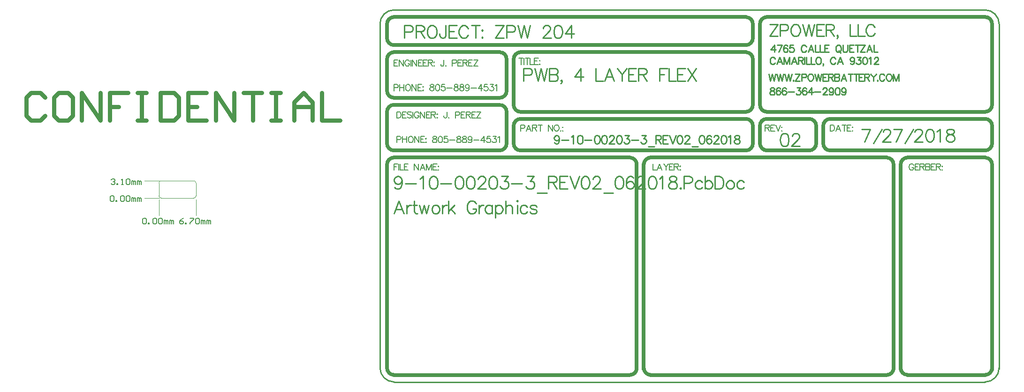
<source format=gm1>
G04*
G04 #@! TF.GenerationSoftware,Altium Limited,Altium Designer,18.1.7 (191)*
G04*
G04 Layer_Color=16711935*
%FSLAX25Y25*%
%MOIN*%
G70*
G01*
G75*
%ADD10C,0.01000*%
%ADD11C,0.02500*%
%ADD12C,0.00201*%
%ADD13C,0.00900*%
%ADD14C,0.02953*%
%ADD15C,0.00500*%
%ADD16C,0.00600*%
%ADD70C,0.00197*%
%ADD71C,0.00200*%
D10*
X787532Y423682D02*
G03*
X777532Y433682I-10000J0D01*
G01*
Y168921D02*
G03*
X787532Y178921I0J10000D01*
G01*
X347532Y179022D02*
G03*
X357455Y168923I10100J0D01*
G01*
X357532Y433682D02*
G03*
X347532Y423682I0J-10000D01*
G01*
X357532Y168922D02*
X777532D01*
X357532Y433682D02*
X777532D01*
X787532Y178236D02*
Y423682D01*
X347532Y178727D02*
Y423682D01*
D11*
X530032Y323682D02*
G03*
X525032Y328682I-5000J0D01*
G01*
X525148Y173921D02*
G03*
X530030Y178889I84J4800D01*
G01*
X540032Y328682D02*
G03*
X535032Y323682I0J-5000D01*
G01*
Y178921D02*
G03*
X539944Y173922I5000J0D01*
G01*
X712532Y323682D02*
G03*
X707532Y328682I-5000J0D01*
G01*
X707648Y173921D02*
G03*
X712530Y178889I84J4800D01*
G01*
X717532Y178822D02*
G03*
X722517Y173922I4900J0D01*
G01*
X722532Y328682D02*
G03*
X717532Y323682I0J-5000D01*
G01*
X437532Y398782D02*
G03*
X432632Y403682I-4900J0D01*
G01*
X432732Y371182D02*
G03*
X437532Y375982I0J4800D01*
G01*
Y361282D02*
G03*
X432461Y366179I-4900J0D01*
G01*
X442532Y366082D02*
G03*
X447432Y361182I4900J0D01*
G01*
X442532Y338582D02*
G03*
X447432Y333682I4900J0D01*
G01*
X432632D02*
G03*
X437532Y338582I0J4900D01*
G01*
X612532Y351282D02*
G03*
X607632Y356182I-4900J0D01*
G01*
Y333682D02*
G03*
X612531Y338668I0J4900D01*
G01*
X617532Y338782D02*
G03*
X622543Y333683I5100J0D01*
G01*
X622332Y356182D02*
G03*
X617538Y351131I0J-4800D01*
G01*
X447532Y356182D02*
G03*
X442532Y351182I0J-5000D01*
G01*
X447532Y403682D02*
G03*
X442532Y398682I0J-5000D01*
G01*
X352532Y338682D02*
G03*
X357444Y333683I5000J0D01*
G01*
X357532Y366182D02*
G03*
X352532Y361182I0J-5000D01*
G01*
Y376182D02*
G03*
X357532Y371182I5000J0D01*
G01*
Y403682D02*
G03*
X352532Y398682I0J-5000D01*
G01*
Y413682D02*
G03*
X357532Y408682I5000J0D01*
G01*
Y428682D02*
G03*
X352532Y423682I0J-5000D01*
G01*
X612532D02*
G03*
X607532Y428682I-5000J0D01*
G01*
X622532D02*
G03*
X617532Y423682I0J-5000D01*
G01*
X607532Y408682D02*
G03*
X612532Y413682I0J5000D01*
G01*
Y398682D02*
G03*
X607532Y403682I-5000J0D01*
G01*
X357532Y328682D02*
G03*
X352532Y323682I0J-5000D01*
G01*
X607619Y361182D02*
G03*
X612533Y366182I-87J5000D01*
G01*
X352532Y178921D02*
G03*
X357444Y173922I5000J0D01*
G01*
X657532Y351282D02*
G03*
X652632Y356182I-4900J0D01*
G01*
X652532Y333682D02*
G03*
X657532Y338682I0J5000D01*
G01*
X777532Y173922D02*
G03*
X782532Y178921I0J5000D01*
G01*
X782532Y323770D02*
G03*
X777532Y328683I-5000J-87D01*
G01*
Y333682D02*
G03*
X782532Y338682I0J5000D01*
G01*
Y423782D02*
G03*
X777461Y428679I-4900J0D01*
G01*
X617532Y366182D02*
G03*
X622532Y361182I5000J0D01*
G01*
X777532D02*
G03*
X782532Y366182I0J5000D01*
G01*
X667532Y356182D02*
G03*
X662532Y351182I0J-5000D01*
G01*
X782532Y351282D02*
G03*
X777632Y356182I-4900J0D01*
G01*
X662532Y338582D02*
G03*
X667517Y333683I4900J0D01*
G01*
X540032Y173922D02*
X707532D01*
X357532D02*
X525032D01*
X357532Y328682D02*
X525032D01*
X540032D02*
X707532D01*
X722532Y173922D02*
X777532D01*
X722532Y328682D02*
X777532D01*
X357532Y428682D02*
X607532D01*
X357532Y333682D02*
X432532D01*
X357532Y366182D02*
X432532D01*
X357532Y371182D02*
X432532D01*
X357532Y403682D02*
X432532D01*
X357532Y408682D02*
X607532D01*
X447532Y403682D02*
X607532D01*
X447532Y356182D02*
X607532D01*
X447532Y333682D02*
X607532D01*
X622532D02*
X652532D01*
X622532Y356182D02*
X652532D01*
X667532Y333682D02*
X777532D01*
X622532Y428682D02*
X777532D01*
X447532Y361182D02*
X607619D01*
X622532D02*
X777532D01*
X667532Y356182D02*
X777532D01*
X530029Y178972D02*
X530032Y323682D01*
X535032Y178236D02*
Y323682D01*
X712529Y178236D02*
X712532Y323682D01*
X717532Y177990D02*
Y323682D01*
X352532Y338682D02*
Y361182D01*
X437532Y338682D02*
Y361182D01*
X352532Y376182D02*
Y398682D01*
X437532Y376182D02*
Y398682D01*
X352532Y413682D02*
Y423682D01*
X612532Y413682D02*
Y423682D01*
Y366182D02*
Y398682D01*
X442532Y366182D02*
Y398682D01*
X612532Y338682D02*
Y351182D01*
X442532Y338682D02*
Y351182D01*
X617532Y338682D02*
Y351182D01*
X657532Y338682D02*
Y351182D01*
X782532Y177745D02*
Y323682D01*
Y338682D02*
Y351282D01*
X352395Y178727D02*
X352532Y323682D01*
X617532Y366182D02*
Y423682D01*
X782532Y366182D02*
Y423682D01*
X662532Y338682D02*
Y351182D01*
D12*
X190499Y287573D02*
Y298923D01*
X216875Y287573D02*
Y298924D01*
X180061Y299902D02*
X190926D01*
X180061Y312107D02*
X190926D01*
D13*
X627735Y408701D02*
X625355Y405368D01*
X628925D01*
X627735Y408701D02*
Y403702D01*
X633139Y408701D02*
X630758Y403702D01*
X629806Y408701D02*
X633139D01*
X637114Y407986D02*
X636876Y408463D01*
X636162Y408701D01*
X635686D01*
X634972Y408463D01*
X634495Y407748D01*
X634257Y406558D01*
Y405368D01*
X634495Y404416D01*
X634972Y403940D01*
X635686Y403702D01*
X635924D01*
X636638Y403940D01*
X637114Y404416D01*
X637352Y405130D01*
Y405368D01*
X637114Y406082D01*
X636638Y406558D01*
X635924Y406796D01*
X635686D01*
X634972Y406558D01*
X634495Y406082D01*
X634257Y405368D01*
X641304Y408701D02*
X638923D01*
X638685Y406558D01*
X638923Y406796D01*
X639637Y407034D01*
X640351D01*
X641066Y406796D01*
X641542Y406320D01*
X641780Y405606D01*
Y405130D01*
X641542Y404416D01*
X641066Y403940D01*
X640351Y403702D01*
X639637D01*
X638923Y403940D01*
X638685Y404178D01*
X638447Y404654D01*
X650397Y407510D02*
X650159Y407986D01*
X649683Y408463D01*
X649207Y408701D01*
X648254D01*
X647778Y408463D01*
X647302Y407986D01*
X647064Y407510D01*
X646826Y406796D01*
Y405606D01*
X647064Y404892D01*
X647302Y404416D01*
X647778Y403940D01*
X648254Y403702D01*
X649207D01*
X649683Y403940D01*
X650159Y404416D01*
X650397Y404892D01*
X655610Y403702D02*
X653706Y408701D01*
X651801Y403702D01*
X652515Y405368D02*
X654896D01*
X656776Y408701D02*
Y403702D01*
X659633D01*
X660181Y408701D02*
Y403702D01*
X663037D01*
X666679Y408701D02*
X663585D01*
Y403702D01*
X666679D01*
X663585Y406320D02*
X665489D01*
X672868Y408701D02*
X672392Y408463D01*
X671916Y407986D01*
X671678Y407510D01*
X671440Y406796D01*
Y405606D01*
X671678Y404892D01*
X671916Y404416D01*
X672392Y403940D01*
X672868Y403702D01*
X673820D01*
X674297Y403940D01*
X674773Y404416D01*
X675011Y404892D01*
X675249Y405606D01*
Y406796D01*
X675011Y407510D01*
X674773Y407986D01*
X674297Y408463D01*
X673820Y408701D01*
X672868D01*
X673582Y404654D02*
X675011Y403226D01*
X676415Y408701D02*
Y405130D01*
X676653Y404416D01*
X677129Y403940D01*
X677843Y403702D01*
X678319D01*
X679034Y403940D01*
X679510Y404416D01*
X679748Y405130D01*
Y408701D01*
X684223D02*
X681128D01*
Y403702D01*
X684223D01*
X681128Y406320D02*
X683033D01*
X686722Y408701D02*
Y403702D01*
X685056Y408701D02*
X688389D01*
X692316D02*
X688984Y403702D01*
Y408701D02*
X692316D01*
X688984Y403702D02*
X692316D01*
X697244D02*
X695340Y408701D01*
X693435Y403702D01*
X694149Y405368D02*
X696530D01*
X698410Y408701D02*
Y403702D01*
X701267D01*
X628294Y398876D02*
X628056Y399352D01*
X627580Y399828D01*
X627104Y400066D01*
X626152D01*
X625676Y399828D01*
X625200Y399352D01*
X624962Y398876D01*
X624724Y398161D01*
Y396971D01*
X624962Y396257D01*
X625200Y395781D01*
X625676Y395305D01*
X626152Y395067D01*
X627104D01*
X627580Y395305D01*
X628056Y395781D01*
X628294Y396257D01*
X633508Y395067D02*
X631603Y400066D01*
X629699Y395067D01*
X630413Y396733D02*
X632794D01*
X634674Y400066D02*
Y395067D01*
Y400066D02*
X636578Y395067D01*
X638483Y400066D02*
X636578Y395067D01*
X638483Y400066D02*
Y395067D01*
X643720D02*
X641815Y400066D01*
X639911Y395067D01*
X640625Y396733D02*
X643006D01*
X644886Y400066D02*
Y395067D01*
Y400066D02*
X647028D01*
X647743Y399828D01*
X647981Y399590D01*
X648219Y399114D01*
Y398638D01*
X647981Y398161D01*
X647743Y397923D01*
X647028Y397685D01*
X644886D01*
X646552D02*
X648219Y395067D01*
X649338Y400066D02*
Y395067D01*
X650385Y400066D02*
Y395067D01*
X653241D01*
X653789Y400066D02*
Y395067D01*
X656645D01*
X658621Y400066D02*
X658145Y399828D01*
X657669Y399352D01*
X657431Y398876D01*
X657193Y398161D01*
Y396971D01*
X657431Y396257D01*
X657669Y395781D01*
X658145Y395305D01*
X658621Y395067D01*
X659573D01*
X660049Y395305D01*
X660526Y395781D01*
X660764Y396257D01*
X661002Y396971D01*
Y398161D01*
X660764Y398876D01*
X660526Y399352D01*
X660049Y399828D01*
X659573Y400066D01*
X658621D01*
X662644Y395305D02*
X662406Y395067D01*
X662168Y395305D01*
X662406Y395543D01*
X662644Y395305D01*
Y394829D01*
X662406Y394353D01*
X662168Y394115D01*
X671238Y398876D02*
X671000Y399352D01*
X670524Y399828D01*
X670047Y400066D01*
X669095D01*
X668619Y399828D01*
X668143Y399352D01*
X667905Y398876D01*
X667667Y398161D01*
Y396971D01*
X667905Y396257D01*
X668143Y395781D01*
X668619Y395305D01*
X669095Y395067D01*
X670047D01*
X670524Y395305D01*
X671000Y395781D01*
X671238Y396257D01*
X676451Y395067D02*
X674546Y400066D01*
X672642Y395067D01*
X673356Y396733D02*
X675737D01*
X684640Y398399D02*
X684401Y397685D01*
X683925Y397209D01*
X683211Y396971D01*
X682973D01*
X682259Y397209D01*
X681783Y397685D01*
X681545Y398399D01*
Y398638D01*
X681783Y399352D01*
X682259Y399828D01*
X682973Y400066D01*
X683211D01*
X683925Y399828D01*
X684401Y399352D01*
X684640Y398399D01*
Y397209D01*
X684401Y396019D01*
X683925Y395305D01*
X683211Y395067D01*
X682735D01*
X682021Y395305D01*
X681783Y395781D01*
X686472Y400066D02*
X689091D01*
X687663Y398161D01*
X688377D01*
X688853Y397923D01*
X689091Y397685D01*
X689329Y396971D01*
Y396495D01*
X689091Y395781D01*
X688615Y395305D01*
X687901Y395067D01*
X687187D01*
X686472Y395305D01*
X686234Y395543D01*
X685996Y396019D01*
X691876Y400066D02*
X691162Y399828D01*
X690686Y399114D01*
X690448Y397923D01*
Y397209D01*
X690686Y396019D01*
X691162Y395305D01*
X691876Y395067D01*
X692352D01*
X693066Y395305D01*
X693542Y396019D01*
X693780Y397209D01*
Y397923D01*
X693542Y399114D01*
X693066Y399828D01*
X692352Y400066D01*
X691876D01*
X694899Y399114D02*
X695375Y399352D01*
X696089Y400066D01*
Y395067D01*
X698803Y398876D02*
Y399114D01*
X699041Y399590D01*
X699279Y399828D01*
X699755Y400066D01*
X700707D01*
X701184Y399828D01*
X701422Y399590D01*
X701660Y399114D01*
Y398638D01*
X701422Y398161D01*
X700946Y397447D01*
X698565Y395067D01*
X701898D01*
X365032Y417967D02*
X368888D01*
X370173Y418396D01*
X370602Y418824D01*
X371030Y419681D01*
Y420966D01*
X370602Y421824D01*
X370173Y422252D01*
X368888Y422680D01*
X365032D01*
Y413682D01*
X373044Y422680D02*
Y413682D01*
Y422680D02*
X376901D01*
X378186Y422252D01*
X378614Y421824D01*
X379043Y420966D01*
Y420110D01*
X378614Y419253D01*
X378186Y418824D01*
X376901Y418396D01*
X373044D01*
X376044D02*
X379043Y413682D01*
X383628Y422680D02*
X382771Y422252D01*
X381914Y421395D01*
X381485Y420538D01*
X381057Y419253D01*
Y417110D01*
X381485Y415825D01*
X381914Y414968D01*
X382771Y414111D01*
X383628Y413682D01*
X385342D01*
X386198Y414111D01*
X387055Y414968D01*
X387484Y415825D01*
X387912Y417110D01*
Y419253D01*
X387484Y420538D01*
X387055Y421395D01*
X386198Y422252D01*
X385342Y422680D01*
X383628D01*
X394297D02*
Y415825D01*
X393868Y414539D01*
X393440Y414111D01*
X392583Y413682D01*
X391726D01*
X390869Y414111D01*
X390441Y414539D01*
X390012Y415825D01*
Y416682D01*
X402181Y422680D02*
X396611D01*
Y413682D01*
X402181D01*
X396611Y418396D02*
X400038D01*
X410108Y420538D02*
X409679Y421395D01*
X408822Y422252D01*
X407965Y422680D01*
X406251D01*
X405394Y422252D01*
X404537Y421395D01*
X404109Y420538D01*
X403681Y419253D01*
Y417110D01*
X404109Y415825D01*
X404537Y414968D01*
X405394Y414111D01*
X406251Y413682D01*
X407965D01*
X408822Y414111D01*
X409679Y414968D01*
X410108Y415825D01*
X415635Y422680D02*
Y413682D01*
X412636Y422680D02*
X418634D01*
X420134Y419681D02*
X419706Y419253D01*
X420134Y418824D01*
X420563Y419253D01*
X420134Y419681D01*
Y414539D02*
X419706Y414111D01*
X420134Y413682D01*
X420563Y414111D01*
X420134Y414539D01*
X435602Y422680D02*
X429603Y413682D01*
Y422680D02*
X435602D01*
X429603Y413682D02*
X435602D01*
X437616Y417967D02*
X441472D01*
X442758Y418396D01*
X443186Y418824D01*
X443615Y419681D01*
Y420966D01*
X443186Y421824D01*
X442758Y422252D01*
X441472Y422680D01*
X437616D01*
Y413682D01*
X445629Y422680D02*
X447771Y413682D01*
X449913Y422680D02*
X447771Y413682D01*
X449913Y422680D02*
X452056Y413682D01*
X454198Y422680D02*
X452056Y413682D01*
X463496Y420538D02*
Y420966D01*
X463925Y421824D01*
X464353Y422252D01*
X465210Y422680D01*
X466924D01*
X467781Y422252D01*
X468210Y421824D01*
X468638Y420966D01*
Y420110D01*
X468210Y419253D01*
X467352Y417967D01*
X463068Y413682D01*
X469066D01*
X473651Y422680D02*
X472366Y422252D01*
X471509Y420966D01*
X471080Y418824D01*
Y417539D01*
X471509Y415396D01*
X472366Y414111D01*
X473651Y413682D01*
X474508D01*
X475794Y414111D01*
X476650Y415396D01*
X477079Y417539D01*
Y418824D01*
X476650Y420966D01*
X475794Y422252D01*
X474508Y422680D01*
X473651D01*
X483378D02*
X479093Y416682D01*
X485520D01*
X483378Y422680D02*
Y413682D01*
X623824Y388273D02*
X625014Y383274D01*
X626204Y388273D02*
X625014Y383274D01*
X626204Y388273D02*
X627394Y383274D01*
X628585Y388273D02*
X627394Y383274D01*
X629585Y388273D02*
X630775Y383274D01*
X631965Y388273D02*
X630775Y383274D01*
X631965Y388273D02*
X633155Y383274D01*
X634345Y388273D02*
X633155Y383274D01*
X635345Y388273D02*
X636535Y383274D01*
X637726Y388273D02*
X636535Y383274D01*
X637726Y388273D02*
X638916Y383274D01*
X640106Y388273D02*
X638916Y383274D01*
X641344Y383750D02*
X641106Y383512D01*
X641344Y383274D01*
X641582Y383512D01*
X641344Y383750D01*
X646009Y388273D02*
X642677Y383274D01*
Y388273D02*
X646009D01*
X642677Y383274D02*
X646009D01*
X647128Y385654D02*
X649271D01*
X649985Y385892D01*
X650223Y386130D01*
X650461Y386606D01*
Y387320D01*
X650223Y387797D01*
X649985Y388035D01*
X649271Y388273D01*
X647128D01*
Y383274D01*
X653008Y388273D02*
X652532Y388035D01*
X652056Y387559D01*
X651818Y387082D01*
X651580Y386368D01*
Y385178D01*
X651818Y384464D01*
X652056Y383988D01*
X652532Y383512D01*
X653008Y383274D01*
X653960D01*
X654436Y383512D01*
X654912Y383988D01*
X655150Y384464D01*
X655388Y385178D01*
Y386368D01*
X655150Y387082D01*
X654912Y387559D01*
X654436Y388035D01*
X653960Y388273D01*
X653008D01*
X656555D02*
X657745Y383274D01*
X658935Y388273D02*
X657745Y383274D01*
X658935Y388273D02*
X660125Y383274D01*
X661316Y388273D02*
X660125Y383274D01*
X665410Y388273D02*
X662316D01*
Y383274D01*
X665410D01*
X662316Y385892D02*
X664220D01*
X666243Y388273D02*
Y383274D01*
Y388273D02*
X668386D01*
X669100Y388035D01*
X669338Y387797D01*
X669576Y387320D01*
Y386844D01*
X669338Y386368D01*
X669100Y386130D01*
X668386Y385892D01*
X666243D01*
X667910D02*
X669576Y383274D01*
X670695Y388273D02*
Y383274D01*
Y388273D02*
X672837D01*
X673551Y388035D01*
X673789Y387797D01*
X674027Y387320D01*
Y386844D01*
X673789Y386368D01*
X673551Y386130D01*
X672837Y385892D01*
X670695D02*
X672837D01*
X673551Y385654D01*
X673789Y385416D01*
X674027Y384940D01*
Y384226D01*
X673789Y383750D01*
X673551Y383512D01*
X672837Y383274D01*
X670695D01*
X678955D02*
X677050Y388273D01*
X675146Y383274D01*
X675860Y384940D02*
X678241D01*
X681788Y388273D02*
Y383274D01*
X680121Y388273D02*
X683454D01*
X685715D02*
Y383274D01*
X684049Y388273D02*
X687382D01*
X691071D02*
X687977D01*
Y383274D01*
X691071D01*
X687977Y385892D02*
X689881D01*
X691904Y388273D02*
Y383274D01*
Y388273D02*
X694047D01*
X694761Y388035D01*
X694999Y387797D01*
X695237Y387320D01*
Y386844D01*
X694999Y386368D01*
X694761Y386130D01*
X694047Y385892D01*
X691904D01*
X693571D02*
X695237Y383274D01*
X696356Y388273D02*
X698260Y385892D01*
Y383274D01*
X700165Y388273D02*
X698260Y385892D01*
X701045Y383750D02*
X700807Y383512D01*
X701045Y383274D01*
X701283Y383512D01*
X701045Y383750D01*
X705949Y387082D02*
X705711Y387559D01*
X705235Y388035D01*
X704759Y388273D01*
X703807D01*
X703331Y388035D01*
X702854Y387559D01*
X702616Y387082D01*
X702378Y386368D01*
Y385178D01*
X702616Y384464D01*
X702854Y383988D01*
X703331Y383512D01*
X703807Y383274D01*
X704759D01*
X705235Y383512D01*
X705711Y383988D01*
X705949Y384464D01*
X708782Y388273D02*
X708306Y388035D01*
X707830Y387559D01*
X707592Y387082D01*
X707353Y386368D01*
Y385178D01*
X707592Y384464D01*
X707830Y383988D01*
X708306Y383512D01*
X708782Y383274D01*
X709734D01*
X710210Y383512D01*
X710686Y383988D01*
X710924Y384464D01*
X711162Y385178D01*
Y386368D01*
X710924Y387082D01*
X710686Y387559D01*
X710210Y388035D01*
X709734Y388273D01*
X708782D01*
X712329D02*
Y383274D01*
Y388273D02*
X714233Y383274D01*
X716137Y388273D02*
X714233Y383274D01*
X716137Y388273D02*
Y383274D01*
X474980Y342441D02*
X474699Y341597D01*
X474136Y341035D01*
X473293Y340754D01*
X473012D01*
X472168Y341035D01*
X471606Y341597D01*
X471325Y342441D01*
Y342722D01*
X471606Y343565D01*
X472168Y344128D01*
X473012Y344409D01*
X473293D01*
X474136Y344128D01*
X474699Y343565D01*
X474980Y342441D01*
Y341035D01*
X474699Y339629D01*
X474136Y338786D01*
X473293Y338505D01*
X472731D01*
X471887Y338786D01*
X471606Y339348D01*
X476583Y341035D02*
X481643D01*
X483387Y343284D02*
X483949Y343565D01*
X484792Y344409D01*
Y338505D01*
X489403Y344409D02*
X488560Y344128D01*
X487997Y343284D01*
X487716Y341879D01*
Y341035D01*
X487997Y339629D01*
X488560Y338786D01*
X489403Y338505D01*
X489965D01*
X490809Y338786D01*
X491371Y339629D01*
X491652Y341035D01*
Y341879D01*
X491371Y343284D01*
X490809Y344128D01*
X489965Y344409D01*
X489403D01*
X492974Y341035D02*
X498035D01*
X501465Y344409D02*
X500621Y344128D01*
X500059Y343284D01*
X499778Y341879D01*
Y341035D01*
X500059Y339629D01*
X500621Y338786D01*
X501465Y338505D01*
X502027D01*
X502871Y338786D01*
X503433Y339629D01*
X503714Y341035D01*
Y341879D01*
X503433Y343284D01*
X502871Y344128D01*
X502027Y344409D01*
X501465D01*
X506722D02*
X505879Y344128D01*
X505317Y343284D01*
X505035Y341879D01*
Y341035D01*
X505317Y339629D01*
X505879Y338786D01*
X506722Y338505D01*
X507285D01*
X508128Y338786D01*
X508690Y339629D01*
X508972Y341035D01*
Y341879D01*
X508690Y343284D01*
X508128Y344128D01*
X507285Y344409D01*
X506722D01*
X510574Y343003D02*
Y343284D01*
X510855Y343847D01*
X511136Y344128D01*
X511699Y344409D01*
X512823D01*
X513386Y344128D01*
X513667Y343847D01*
X513948Y343284D01*
Y342722D01*
X513667Y342160D01*
X513105Y341316D01*
X510293Y338505D01*
X514229D01*
X517238Y344409D02*
X516394Y344128D01*
X515832Y343284D01*
X515551Y341879D01*
Y341035D01*
X515832Y339629D01*
X516394Y338786D01*
X517238Y338505D01*
X517800D01*
X518643Y338786D01*
X519206Y339629D01*
X519487Y341035D01*
Y341879D01*
X519206Y343284D01*
X518643Y344128D01*
X517800Y344409D01*
X517238D01*
X521371D02*
X524463D01*
X522776Y342160D01*
X523620D01*
X524182Y341879D01*
X524463Y341597D01*
X524744Y340754D01*
Y340192D01*
X524463Y339348D01*
X523901Y338786D01*
X523057Y338505D01*
X522214D01*
X521371Y338786D01*
X521089Y339067D01*
X520808Y339629D01*
X526066Y341035D02*
X531127D01*
X533432Y344409D02*
X536525D01*
X534838Y342160D01*
X535681D01*
X536244Y341879D01*
X536525Y341597D01*
X536806Y340754D01*
Y340192D01*
X536525Y339348D01*
X535962Y338786D01*
X535119Y338505D01*
X534275D01*
X533432Y338786D01*
X533151Y339067D01*
X532870Y339629D01*
X538127Y336537D02*
X542626D01*
X543385Y344409D02*
Y338505D01*
Y344409D02*
X545915D01*
X546759Y344128D01*
X547040Y343847D01*
X547321Y343284D01*
Y342722D01*
X547040Y342160D01*
X546759Y341879D01*
X545915Y341597D01*
X543385D01*
X545353D02*
X547321Y338505D01*
X552297Y344409D02*
X548642D01*
Y338505D01*
X552297D01*
X548642Y341597D02*
X550892D01*
X553281Y344409D02*
X555531Y338505D01*
X557780Y344409D02*
X555531Y338505D01*
X560226Y344409D02*
X559383Y344128D01*
X558820Y343284D01*
X558539Y341879D01*
Y341035D01*
X558820Y339629D01*
X559383Y338786D01*
X560226Y338505D01*
X560788D01*
X561632Y338786D01*
X562194Y339629D01*
X562475Y341035D01*
Y341879D01*
X562194Y343284D01*
X561632Y344128D01*
X560788Y344409D01*
X560226D01*
X564078Y343003D02*
Y343284D01*
X564359Y343847D01*
X564640Y344128D01*
X565203Y344409D01*
X566327D01*
X566889Y344128D01*
X567171Y343847D01*
X567452Y343284D01*
Y342722D01*
X567171Y342160D01*
X566608Y341316D01*
X563797Y338505D01*
X567733D01*
X569054Y336537D02*
X573553D01*
X575999Y344409D02*
X575155Y344128D01*
X574593Y343284D01*
X574312Y341879D01*
Y341035D01*
X574593Y339629D01*
X575155Y338786D01*
X575999Y338505D01*
X576561D01*
X577405Y338786D01*
X577967Y339629D01*
X578248Y341035D01*
Y341879D01*
X577967Y343284D01*
X577405Y344128D01*
X576561Y344409D01*
X575999D01*
X582943Y343565D02*
X582662Y344128D01*
X581819Y344409D01*
X581256D01*
X580413Y344128D01*
X579851Y343284D01*
X579569Y341879D01*
Y340473D01*
X579851Y339348D01*
X580413Y338786D01*
X581256Y338505D01*
X581538D01*
X582381Y338786D01*
X582943Y339348D01*
X583224Y340192D01*
Y340473D01*
X582943Y341316D01*
X582381Y341879D01*
X581538Y342160D01*
X581256D01*
X580413Y341879D01*
X579851Y341316D01*
X579569Y340473D01*
X584799Y343003D02*
Y343284D01*
X585080Y343847D01*
X585361Y344128D01*
X585924Y344409D01*
X587048D01*
X587610Y344128D01*
X587892Y343847D01*
X588173Y343284D01*
Y342722D01*
X587892Y342160D01*
X587329Y341316D01*
X584518Y338505D01*
X588454D01*
X591462Y344409D02*
X590619Y344128D01*
X590057Y343284D01*
X589775Y341879D01*
Y341035D01*
X590057Y339629D01*
X590619Y338786D01*
X591462Y338505D01*
X592025D01*
X592868Y338786D01*
X593430Y339629D01*
X593712Y341035D01*
Y341879D01*
X593430Y343284D01*
X592868Y344128D01*
X592025Y344409D01*
X591462D01*
X595033Y343284D02*
X595595Y343565D01*
X596439Y344409D01*
Y338505D01*
X600769Y344409D02*
X599925Y344128D01*
X599644Y343565D01*
Y343003D01*
X599925Y342441D01*
X600487Y342160D01*
X601612Y341879D01*
X602456Y341597D01*
X603018Y341035D01*
X603299Y340473D01*
Y339629D01*
X603018Y339067D01*
X602737Y338786D01*
X601893Y338505D01*
X600769D01*
X599925Y338786D01*
X599644Y339067D01*
X599363Y339629D01*
Y340473D01*
X599644Y341035D01*
X600206Y341597D01*
X601050Y341879D01*
X602174Y342160D01*
X602737Y342441D01*
X603018Y343003D01*
Y343565D01*
X602737Y344128D01*
X601893Y344409D01*
X600769D01*
X449639Y387342D02*
X453495D01*
X454780Y387771D01*
X455209Y388199D01*
X455638Y389056D01*
Y390341D01*
X455209Y391198D01*
X454780Y391627D01*
X453495Y392055D01*
X449639D01*
Y383057D01*
X457651Y392055D02*
X459794Y383057D01*
X461936Y392055D02*
X459794Y383057D01*
X461936Y392055D02*
X464079Y383057D01*
X466221Y392055D02*
X464079Y383057D01*
X468020Y392055D02*
Y383057D01*
Y392055D02*
X471877D01*
X473162Y391627D01*
X473591Y391198D01*
X474019Y390341D01*
Y389484D01*
X473591Y388627D01*
X473162Y388199D01*
X471877Y387771D01*
X468020D02*
X471877D01*
X473162Y387342D01*
X473591Y386913D01*
X474019Y386057D01*
Y384771D01*
X473591Y383914D01*
X473162Y383486D01*
X471877Y383057D01*
X468020D01*
X476890Y383486D02*
X476462Y383057D01*
X476033Y383486D01*
X476462Y383914D01*
X476890Y383486D01*
Y382629D01*
X476462Y381772D01*
X476033Y381343D01*
X490216Y392055D02*
X485931Y386057D01*
X492358D01*
X490216Y392055D02*
Y383057D01*
X501014Y392055D02*
Y383057D01*
X506155D01*
X513996D02*
X510569Y392055D01*
X507141Y383057D01*
X508426Y386057D02*
X512711D01*
X516096Y392055D02*
X519524Y387771D01*
Y383057D01*
X522952Y392055D02*
X519524Y387771D01*
X529679Y392055D02*
X524109D01*
Y383057D01*
X529679D01*
X524109Y387771D02*
X527536D01*
X531178Y392055D02*
Y383057D01*
Y392055D02*
X535035D01*
X536320Y391627D01*
X536749Y391198D01*
X537177Y390341D01*
Y389484D01*
X536749Y388627D01*
X536320Y388199D01*
X535035Y387771D01*
X531178D01*
X534178D02*
X537177Y383057D01*
X546261Y392055D02*
Y383057D01*
Y392055D02*
X551831D01*
X546261Y387771D02*
X549689D01*
X552859Y392055D02*
Y383057D01*
X558001D01*
X564557Y392055D02*
X558987D01*
Y383057D01*
X564557D01*
X558987Y387771D02*
X562415D01*
X566057Y392055D02*
X572055Y383057D01*
Y392055D02*
X566057Y383057D01*
X363102Y312281D02*
X362673Y310996D01*
X361817Y310139D01*
X360531Y309710D01*
X360103D01*
X358817Y310139D01*
X357960Y310996D01*
X357532Y312281D01*
Y312710D01*
X357960Y313995D01*
X358817Y314852D01*
X360103Y315281D01*
X360531D01*
X361817Y314852D01*
X362673Y313995D01*
X363102Y312281D01*
Y310139D01*
X362673Y307996D01*
X361817Y306711D01*
X360531Y306282D01*
X359674D01*
X358389Y306711D01*
X357960Y307568D01*
X365544Y310139D02*
X373257D01*
X375913Y313567D02*
X376770Y313995D01*
X378056Y315281D01*
Y306282D01*
X385083Y315281D02*
X383798Y314852D01*
X382941Y313567D01*
X382512Y311424D01*
Y310139D01*
X382941Y307996D01*
X383798Y306711D01*
X385083Y306282D01*
X385940D01*
X387225Y306711D01*
X388082Y307996D01*
X388511Y310139D01*
Y311424D01*
X388082Y313567D01*
X387225Y314852D01*
X385940Y315281D01*
X385083D01*
X390525Y310139D02*
X398237D01*
X403465Y315281D02*
X402179Y314852D01*
X401322Y313567D01*
X400894Y311424D01*
Y310139D01*
X401322Y307996D01*
X402179Y306711D01*
X403465Y306282D01*
X404322D01*
X405607Y306711D01*
X406464Y307996D01*
X406892Y310139D01*
Y311424D01*
X406464Y313567D01*
X405607Y314852D01*
X404322Y315281D01*
X403465D01*
X411477D02*
X410192Y314852D01*
X409335Y313567D01*
X408906Y311424D01*
Y310139D01*
X409335Y307996D01*
X410192Y306711D01*
X411477Y306282D01*
X412334D01*
X413620Y306711D01*
X414477Y307996D01*
X414905Y310139D01*
Y311424D01*
X414477Y313567D01*
X413620Y314852D01*
X412334Y315281D01*
X411477D01*
X417347Y313138D02*
Y313567D01*
X417776Y314423D01*
X418204Y314852D01*
X419061Y315281D01*
X420775D01*
X421632Y314852D01*
X422061Y314423D01*
X422489Y313567D01*
Y312710D01*
X422061Y311853D01*
X421204Y310567D01*
X416919Y306282D01*
X422918D01*
X427502Y315281D02*
X426217Y314852D01*
X425360Y313567D01*
X424931Y311424D01*
Y310139D01*
X425360Y307996D01*
X426217Y306711D01*
X427502Y306282D01*
X428359D01*
X429645Y306711D01*
X430502Y307996D01*
X430930Y310139D01*
Y311424D01*
X430502Y313567D01*
X429645Y314852D01*
X428359Y315281D01*
X427502D01*
X433801D02*
X438514D01*
X435944Y311853D01*
X437229D01*
X438086Y311424D01*
X438514Y310996D01*
X438943Y309710D01*
Y308853D01*
X438514Y307568D01*
X437657Y306711D01*
X436372Y306282D01*
X435086D01*
X433801Y306711D01*
X433373Y307139D01*
X432944Y307996D01*
X440957Y310139D02*
X448669D01*
X452183Y315281D02*
X456896D01*
X454325Y311853D01*
X455611D01*
X456468Y311424D01*
X456896Y310996D01*
X457325Y309710D01*
Y308853D01*
X456896Y307568D01*
X456039Y306711D01*
X454754Y306282D01*
X453468D01*
X452183Y306711D01*
X451754Y307139D01*
X451326Y307996D01*
X459338Y303283D02*
X466194D01*
X467351Y315281D02*
Y306282D01*
Y315281D02*
X471207D01*
X472493Y314852D01*
X472921Y314423D01*
X473350Y313567D01*
Y312710D01*
X472921Y311853D01*
X472493Y311424D01*
X471207Y310996D01*
X467351D01*
X470350D02*
X473350Y306282D01*
X480934Y315281D02*
X475364D01*
Y306282D01*
X480934D01*
X475364Y310996D02*
X478791D01*
X482434Y315281D02*
X485861Y306282D01*
X489289Y315281D02*
X485861Y306282D01*
X493017Y315281D02*
X491732Y314852D01*
X490874Y313567D01*
X490446Y311424D01*
Y310139D01*
X490874Y307996D01*
X491732Y306711D01*
X493017Y306282D01*
X493874D01*
X495159Y306711D01*
X496016Y307996D01*
X496445Y310139D01*
Y311424D01*
X496016Y313567D01*
X495159Y314852D01*
X493874Y315281D01*
X493017D01*
X498887Y313138D02*
Y313567D01*
X499316Y314423D01*
X499744Y314852D01*
X500601Y315281D01*
X502315D01*
X503172Y314852D01*
X503600Y314423D01*
X504029Y313567D01*
Y312710D01*
X503600Y311853D01*
X502743Y310567D01*
X498459Y306282D01*
X504457D01*
X506471Y303283D02*
X513327D01*
X517055Y315281D02*
X515769Y314852D01*
X514912Y313567D01*
X514484Y311424D01*
Y310139D01*
X514912Y307996D01*
X515769Y306711D01*
X517055Y306282D01*
X517912D01*
X519197Y306711D01*
X520054Y307996D01*
X520482Y310139D01*
Y311424D01*
X520054Y313567D01*
X519197Y314852D01*
X517912Y315281D01*
X517055D01*
X527638Y313995D02*
X527210Y314852D01*
X525924Y315281D01*
X525067D01*
X523782Y314852D01*
X522925Y313567D01*
X522496Y311424D01*
Y309282D01*
X522925Y307568D01*
X523782Y306711D01*
X525067Y306282D01*
X525496D01*
X526781Y306711D01*
X527638Y307568D01*
X528067Y308853D01*
Y309282D01*
X527638Y310567D01*
X526781Y311424D01*
X525496Y311853D01*
X525067D01*
X523782Y311424D01*
X522925Y310567D01*
X522496Y309282D01*
X530466Y313138D02*
Y313567D01*
X530895Y314423D01*
X531323Y314852D01*
X532180Y315281D01*
X533894D01*
X534751Y314852D01*
X535179Y314423D01*
X535608Y313567D01*
Y312710D01*
X535179Y311853D01*
X534322Y310567D01*
X530038Y306282D01*
X536036D01*
X540621Y315281D02*
X539336Y314852D01*
X538479Y313567D01*
X538050Y311424D01*
Y310139D01*
X538479Y307996D01*
X539336Y306711D01*
X540621Y306282D01*
X541478D01*
X542763Y306711D01*
X543620Y307996D01*
X544049Y310139D01*
Y311424D01*
X543620Y313567D01*
X542763Y314852D01*
X541478Y315281D01*
X540621D01*
X546063Y313567D02*
X546920Y313995D01*
X548205Y315281D01*
Y306282D01*
X554804Y315281D02*
X553518Y314852D01*
X553090Y313995D01*
Y313138D01*
X553518Y312281D01*
X554375Y311853D01*
X556089Y311424D01*
X557375Y310996D01*
X558231Y310139D01*
X558660Y309282D01*
Y307996D01*
X558231Y307139D01*
X557803Y306711D01*
X556518Y306282D01*
X554804D01*
X553518Y306711D01*
X553090Y307139D01*
X552661Y307996D01*
Y309282D01*
X553090Y310139D01*
X553947Y310996D01*
X555232Y311424D01*
X556946Y311853D01*
X557803Y312281D01*
X558231Y313138D01*
Y313995D01*
X557803Y314852D01*
X556518Y315281D01*
X554804D01*
X561102Y307139D02*
X560674Y306711D01*
X561102Y306282D01*
X561531Y306711D01*
X561102Y307139D01*
X563502Y310567D02*
X567358D01*
X568644Y310996D01*
X569072Y311424D01*
X569501Y312281D01*
Y313567D01*
X569072Y314423D01*
X568644Y314852D01*
X567358Y315281D01*
X563502D01*
Y306282D01*
X576656Y310996D02*
X575799Y311853D01*
X574942Y312281D01*
X573657D01*
X572800Y311853D01*
X571943Y310996D01*
X571514Y309710D01*
Y308853D01*
X571943Y307568D01*
X572800Y306711D01*
X573657Y306282D01*
X574942D01*
X575799Y306711D01*
X576656Y307568D01*
X578584Y315281D02*
Y306282D01*
Y310996D02*
X579441Y311853D01*
X580298Y312281D01*
X581584D01*
X582441Y311853D01*
X583298Y310996D01*
X583726Y309710D01*
Y308853D01*
X583298Y307568D01*
X582441Y306711D01*
X581584Y306282D01*
X580298D01*
X579441Y306711D01*
X578584Y307568D01*
X585654Y315281D02*
Y306282D01*
Y315281D02*
X588654D01*
X589939Y314852D01*
X590796Y313995D01*
X591224Y313138D01*
X591653Y311853D01*
Y309710D01*
X591224Y308425D01*
X590796Y307568D01*
X589939Y306711D01*
X588654Y306282D01*
X585654D01*
X595809Y312281D02*
X594952Y311853D01*
X594095Y310996D01*
X593667Y309710D01*
Y308853D01*
X594095Y307568D01*
X594952Y306711D01*
X595809Y306282D01*
X597095D01*
X597952Y306711D01*
X598809Y307568D01*
X599237Y308853D01*
Y309710D01*
X598809Y310996D01*
X597952Y311853D01*
X597095Y312281D01*
X595809D01*
X606350Y310996D02*
X605493Y311853D01*
X604636Y312281D01*
X603350D01*
X602493Y311853D01*
X601637Y310996D01*
X601208Y309710D01*
Y308853D01*
X601637Y307568D01*
X602493Y306711D01*
X603350Y306282D01*
X604636D01*
X605493Y306711D01*
X606350Y307568D01*
X364387Y288782D02*
X360960Y297780D01*
X357532Y288782D01*
X358817Y291782D02*
X363102D01*
X366487Y294781D02*
Y288782D01*
Y292210D02*
X366915Y293496D01*
X367772Y294353D01*
X368629Y294781D01*
X369915D01*
X372014Y297780D02*
Y290496D01*
X372443Y289211D01*
X373300Y288782D01*
X374157D01*
X370729Y294781D02*
X373728D01*
X375442D02*
X377156Y288782D01*
X378870Y294781D02*
X377156Y288782D01*
X378870Y294781D02*
X380584Y288782D01*
X382298Y294781D02*
X380584Y288782D01*
X386540Y294781D02*
X385683Y294353D01*
X384826Y293496D01*
X384397Y292210D01*
Y291353D01*
X384826Y290068D01*
X385683Y289211D01*
X386540Y288782D01*
X387825D01*
X388682Y289211D01*
X389539Y290068D01*
X389968Y291353D01*
Y292210D01*
X389539Y293496D01*
X388682Y294353D01*
X387825Y294781D01*
X386540D01*
X391939D02*
Y288782D01*
Y292210D02*
X392367Y293496D01*
X393224Y294353D01*
X394081Y294781D01*
X395366D01*
X396181Y297780D02*
Y288782D01*
X400465Y294781D02*
X396181Y290496D01*
X397894Y292210D02*
X400894Y288782D01*
X415805Y295638D02*
X415376Y296495D01*
X414519Y297352D01*
X413662Y297780D01*
X411949D01*
X411092Y297352D01*
X410235Y296495D01*
X409806Y295638D01*
X409378Y294353D01*
Y292210D01*
X409806Y290925D01*
X410235Y290068D01*
X411092Y289211D01*
X411949Y288782D01*
X413662D01*
X414519Y289211D01*
X415376Y290068D01*
X415805Y290925D01*
Y292210D01*
X413662D02*
X415805D01*
X417862Y294781D02*
Y288782D01*
Y292210D02*
X418290Y293496D01*
X419147Y294353D01*
X420004Y294781D01*
X421289D01*
X427245D02*
Y288782D01*
Y293496D02*
X426388Y294353D01*
X425531Y294781D01*
X424246D01*
X423389Y294353D01*
X422532Y293496D01*
X422104Y292210D01*
Y291353D01*
X422532Y290068D01*
X423389Y289211D01*
X424246Y288782D01*
X425531D01*
X426388Y289211D01*
X427245Y290068D01*
X429645Y294781D02*
Y285783D01*
Y293496D02*
X430502Y294353D01*
X431359Y294781D01*
X432644D01*
X433501Y294353D01*
X434358Y293496D01*
X434787Y292210D01*
Y291353D01*
X434358Y290068D01*
X433501Y289211D01*
X432644Y288782D01*
X431359D01*
X430502Y289211D01*
X429645Y290068D01*
X436715Y297780D02*
Y288782D01*
Y293067D02*
X438000Y294353D01*
X438857Y294781D01*
X440142D01*
X441000Y294353D01*
X441428Y293067D01*
Y288782D01*
X444642Y297780D02*
X445070Y297352D01*
X445499Y297780D01*
X445070Y298209D01*
X444642Y297780D01*
X445070Y294781D02*
Y288782D01*
X452226Y293496D02*
X451369Y294353D01*
X450512Y294781D01*
X449226D01*
X448369Y294353D01*
X447512Y293496D01*
X447084Y292210D01*
Y291353D01*
X447512Y290068D01*
X448369Y289211D01*
X449226Y288782D01*
X450512D01*
X451369Y289211D01*
X452226Y290068D01*
X458867Y293496D02*
X458439Y294353D01*
X457153Y294781D01*
X455868D01*
X454582Y294353D01*
X454154Y293496D01*
X454582Y292639D01*
X455439Y292210D01*
X457582Y291782D01*
X458439Y291353D01*
X458867Y290496D01*
Y290068D01*
X458439Y289211D01*
X457153Y288782D01*
X455868D01*
X454582Y289211D01*
X454154Y290068D01*
X634578Y345791D02*
X633292Y345363D01*
X632436Y344077D01*
X632007Y341935D01*
Y340650D01*
X632436Y338507D01*
X633292Y337222D01*
X634578Y336793D01*
X635435D01*
X636720Y337222D01*
X637577Y338507D01*
X638006Y340650D01*
Y341935D01*
X637577Y344077D01*
X636720Y345363D01*
X635435Y345791D01*
X634578D01*
X640448Y343649D02*
Y344077D01*
X640876Y344934D01*
X641305Y345363D01*
X642162Y345791D01*
X643876D01*
X644733Y345363D01*
X645161Y344934D01*
X645590Y344077D01*
Y343220D01*
X645161Y342363D01*
X644304Y341078D01*
X640020Y336793D01*
X646018D01*
X630100Y423476D02*
X624435Y414977D01*
Y423476D02*
X630100D01*
X624435Y414977D02*
X630100D01*
X632002Y419024D02*
X635644D01*
X636858Y419429D01*
X637263Y419833D01*
X637668Y420643D01*
Y421857D01*
X637263Y422666D01*
X636858Y423071D01*
X635644Y423476D01*
X632002D01*
Y414977D01*
X641998Y423476D02*
X641188Y423071D01*
X640379Y422261D01*
X639974Y421452D01*
X639570Y420238D01*
Y418215D01*
X639974Y417001D01*
X640379Y416191D01*
X641188Y415382D01*
X641998Y414977D01*
X643616D01*
X644426Y415382D01*
X645235Y416191D01*
X645640Y417001D01*
X646044Y418215D01*
Y420238D01*
X645640Y421452D01*
X645235Y422261D01*
X644426Y423071D01*
X643616Y423476D01*
X641998D01*
X648027D02*
X650051Y414977D01*
X652074Y423476D02*
X650051Y414977D01*
X652074Y423476D02*
X654098Y414977D01*
X656121Y423476D02*
X654098Y414977D01*
X663081Y423476D02*
X657821D01*
Y414977D01*
X663081D01*
X657821Y419429D02*
X661058D01*
X664498Y423476D02*
Y414977D01*
Y423476D02*
X668140D01*
X669354Y423071D01*
X669758Y422666D01*
X670163Y421857D01*
Y421047D01*
X669758Y420238D01*
X669354Y419833D01*
X668140Y419429D01*
X664498D01*
X667330D02*
X670163Y414977D01*
X672874Y415382D02*
X672470Y414977D01*
X672065Y415382D01*
X672470Y415787D01*
X672874Y415382D01*
Y414573D01*
X672470Y413763D01*
X672065Y413359D01*
X681413Y423476D02*
Y414977D01*
X686269D01*
X687200Y423476D02*
Y414977D01*
X692056D01*
X699057Y421452D02*
X698652Y422261D01*
X697843Y423071D01*
X697034Y423476D01*
X695415D01*
X694605Y423071D01*
X693796Y422261D01*
X693392Y421452D01*
X692987Y420238D01*
Y418215D01*
X693392Y417001D01*
X693796Y416191D01*
X694605Y415382D01*
X695415Y414977D01*
X697034D01*
X697843Y415382D01*
X698652Y416191D01*
X699057Y417001D01*
X696030Y348931D02*
X691746Y339932D01*
X690032Y348931D02*
X696030D01*
X698044Y338647D02*
X704043Y348931D01*
X705071Y346788D02*
Y347217D01*
X705500Y348074D01*
X705928Y348502D01*
X706785Y348931D01*
X708499D01*
X709356Y348502D01*
X709785Y348074D01*
X710213Y347217D01*
Y346360D01*
X709785Y345503D01*
X708928Y344217D01*
X704643Y339932D01*
X710641D01*
X718654Y348931D02*
X714369Y339932D01*
X712655Y348931D02*
X718654D01*
X720668Y338647D02*
X726667Y348931D01*
X727695Y346788D02*
Y347217D01*
X728124Y348074D01*
X728552Y348502D01*
X729409Y348931D01*
X731123D01*
X731980Y348502D01*
X732408Y348074D01*
X732837Y347217D01*
Y346360D01*
X732408Y345503D01*
X731551Y344217D01*
X727267Y339932D01*
X733265D01*
X737850Y348931D02*
X736565Y348502D01*
X735708Y347217D01*
X735279Y345074D01*
Y343789D01*
X735708Y341646D01*
X736565Y340361D01*
X737850Y339932D01*
X738707D01*
X739992Y340361D01*
X740849Y341646D01*
X741278Y343789D01*
Y345074D01*
X740849Y347217D01*
X739992Y348502D01*
X738707Y348931D01*
X737850D01*
X743292Y347217D02*
X744149Y347645D01*
X745434Y348931D01*
Y339932D01*
X752033Y348931D02*
X750747Y348502D01*
X750319Y347645D01*
Y346788D01*
X750747Y345931D01*
X751604Y345503D01*
X753318Y345074D01*
X754604Y344646D01*
X755461Y343789D01*
X755889Y342932D01*
Y341646D01*
X755461Y340789D01*
X755032Y340361D01*
X753747Y339932D01*
X752033D01*
X750747Y340361D01*
X750319Y340789D01*
X749890Y341646D01*
Y342932D01*
X750319Y343789D01*
X751176Y344646D01*
X752461Y345074D01*
X754175Y345503D01*
X755032Y345931D01*
X755461Y346788D01*
Y347645D01*
X755032Y348502D01*
X753747Y348931D01*
X752033D01*
X625829Y378306D02*
X625115Y378068D01*
X624877Y377592D01*
Y377116D01*
X625115Y376640D01*
X625591Y376402D01*
X626543Y376164D01*
X627257Y375926D01*
X627733Y375450D01*
X627971Y374974D01*
Y374259D01*
X627733Y373783D01*
X627495Y373545D01*
X626781Y373307D01*
X625829D01*
X625115Y373545D01*
X624877Y373783D01*
X624639Y374259D01*
Y374974D01*
X624877Y375450D01*
X625353Y375926D01*
X626067Y376164D01*
X627019Y376402D01*
X627495Y376640D01*
X627733Y377116D01*
Y377592D01*
X627495Y378068D01*
X626781Y378306D01*
X625829D01*
X631947Y377592D02*
X631709Y378068D01*
X630995Y378306D01*
X630518D01*
X629804Y378068D01*
X629328Y377354D01*
X629090Y376164D01*
Y374974D01*
X629328Y374021D01*
X629804Y373545D01*
X630518Y373307D01*
X630757D01*
X631471Y373545D01*
X631947Y374021D01*
X632185Y374735D01*
Y374974D01*
X631947Y375688D01*
X631471Y376164D01*
X630757Y376402D01*
X630518D01*
X629804Y376164D01*
X629328Y375688D01*
X629090Y374974D01*
X636136Y377592D02*
X635898Y378068D01*
X635184Y378306D01*
X634708D01*
X633994Y378068D01*
X633518Y377354D01*
X633280Y376164D01*
Y374974D01*
X633518Y374021D01*
X633994Y373545D01*
X634708Y373307D01*
X634946D01*
X635660Y373545D01*
X636136Y374021D01*
X636374Y374735D01*
Y374974D01*
X636136Y375688D01*
X635660Y376164D01*
X634946Y376402D01*
X634708D01*
X633994Y376164D01*
X633518Y375688D01*
X633280Y374974D01*
X637469Y375450D02*
X641754D01*
X643706Y378306D02*
X646325D01*
X644896Y376402D01*
X645611D01*
X646087Y376164D01*
X646325Y375926D01*
X646563Y375212D01*
Y374735D01*
X646325Y374021D01*
X645849Y373545D01*
X645134Y373307D01*
X644420D01*
X643706Y373545D01*
X643468Y373783D01*
X643230Y374259D01*
X650538Y377592D02*
X650300Y378068D01*
X649586Y378306D01*
X649110D01*
X648396Y378068D01*
X647920Y377354D01*
X647681Y376164D01*
Y374974D01*
X647920Y374021D01*
X648396Y373545D01*
X649110Y373307D01*
X649348D01*
X650062Y373545D01*
X650538Y374021D01*
X650776Y374735D01*
Y374974D01*
X650538Y375688D01*
X650062Y376164D01*
X649348Y376402D01*
X649110D01*
X648396Y376164D01*
X647920Y375688D01*
X647681Y374974D01*
X654251Y378306D02*
X651871Y374974D01*
X655442D01*
X654251Y378306D02*
Y373307D01*
X656322Y375450D02*
X660607D01*
X662321Y377116D02*
Y377354D01*
X662559Y377830D01*
X662797Y378068D01*
X663273Y378306D01*
X664225D01*
X664702Y378068D01*
X664940Y377830D01*
X665178Y377354D01*
Y376878D01*
X664940Y376402D01*
X664464Y375688D01*
X662083Y373307D01*
X665416D01*
X669629Y376640D02*
X669391Y375926D01*
X668915Y375450D01*
X668201Y375212D01*
X667963D01*
X667249Y375450D01*
X666773Y375926D01*
X666535Y376640D01*
Y376878D01*
X666773Y377592D01*
X667249Y378068D01*
X667963Y378306D01*
X668201D01*
X668915Y378068D01*
X669391Y377592D01*
X669629Y376640D01*
Y375450D01*
X669391Y374259D01*
X668915Y373545D01*
X668201Y373307D01*
X667725D01*
X667011Y373545D01*
X666773Y374021D01*
X672414Y378306D02*
X671700Y378068D01*
X671224Y377354D01*
X670986Y376164D01*
Y375450D01*
X671224Y374259D01*
X671700Y373545D01*
X672414Y373307D01*
X672890D01*
X673604Y373545D01*
X674081Y374259D01*
X674319Y375450D01*
Y376164D01*
X674081Y377354D01*
X673604Y378068D01*
X672890Y378306D01*
X672414D01*
X678532Y376640D02*
X678294Y375926D01*
X677818Y375450D01*
X677104Y375212D01*
X676866D01*
X676152Y375450D01*
X675675Y375926D01*
X675437Y376640D01*
Y376878D01*
X675675Y377592D01*
X676152Y378068D01*
X676866Y378306D01*
X677104D01*
X677818Y378068D01*
X678294Y377592D01*
X678532Y376640D01*
Y375450D01*
X678294Y374259D01*
X677818Y373545D01*
X677104Y373307D01*
X676628D01*
X675913Y373545D01*
X675675Y374021D01*
D14*
X109463Y371406D02*
X106183Y374685D01*
X99624D01*
X96344Y371406D01*
Y358286D01*
X99624Y355007D01*
X106183D01*
X109463Y358286D01*
X125862Y374685D02*
X119302D01*
X116023Y371406D01*
Y358286D01*
X119302Y355007D01*
X125862D01*
X129142Y358286D01*
Y371406D01*
X125862Y374685D01*
X135701Y355007D02*
Y374685D01*
X148820Y355007D01*
Y374685D01*
X168499D02*
X155380D01*
Y364846D01*
X161940D01*
X155380D01*
Y355007D01*
X175059Y374685D02*
X181618D01*
X178339D01*
Y355007D01*
X175059D01*
X181618D01*
X191458Y374685D02*
Y355007D01*
X201297D01*
X204577Y358286D01*
Y371406D01*
X201297Y374685D01*
X191458D01*
X224255D02*
X211136D01*
Y355007D01*
X224255D01*
X211136Y364846D02*
X217696D01*
X230815Y355007D02*
Y374685D01*
X243934Y355007D01*
Y374685D01*
X250494D02*
X263613D01*
X257053D01*
Y355007D01*
X270172Y374685D02*
X276732D01*
X273452D01*
Y355007D01*
X270172D01*
X276732D01*
X286571D02*
Y368126D01*
X293131Y374685D01*
X299690Y368126D01*
Y355007D01*
Y364846D01*
X286571D01*
X306250Y374685D02*
Y355007D01*
X319369D01*
D15*
X359474Y341418D02*
X361402D01*
X362045Y341632D01*
X362259Y341846D01*
X362473Y342275D01*
Y342917D01*
X362259Y343346D01*
X362045Y343560D01*
X361402Y343774D01*
X359474D01*
Y339275D01*
X363480Y343774D02*
Y339275D01*
X366480Y343774D02*
Y339275D01*
X363480Y341632D02*
X366480D01*
X369008Y343774D02*
X368579Y343560D01*
X368151Y343132D01*
X367936Y342703D01*
X367722Y342060D01*
Y340989D01*
X367936Y340347D01*
X368151Y339918D01*
X368579Y339490D01*
X369008Y339275D01*
X369865D01*
X370293Y339490D01*
X370722Y339918D01*
X370936Y340347D01*
X371150Y340989D01*
Y342060D01*
X370936Y342703D01*
X370722Y343132D01*
X370293Y343560D01*
X369865Y343774D01*
X369008D01*
X372200D02*
Y339275D01*
Y343774D02*
X375199Y339275D01*
Y343774D02*
Y339275D01*
X379227Y343774D02*
X376442D01*
Y339275D01*
X379227D01*
X376442Y341632D02*
X378156D01*
X380191Y342275D02*
X379977Y342060D01*
X380191Y341846D01*
X380405Y342060D01*
X380191Y342275D01*
Y339704D02*
X379977Y339490D01*
X380191Y339275D01*
X380405Y339490D01*
X380191Y339704D01*
X385997Y343774D02*
X385354Y343560D01*
X385140Y343132D01*
Y342703D01*
X385354Y342275D01*
X385783Y342060D01*
X386640Y341846D01*
X387282Y341632D01*
X387711Y341203D01*
X387925Y340775D01*
Y340132D01*
X387711Y339704D01*
X387497Y339490D01*
X386854Y339275D01*
X385997D01*
X385354Y339490D01*
X385140Y339704D01*
X384926Y340132D01*
Y340775D01*
X385140Y341203D01*
X385568Y341632D01*
X386211Y341846D01*
X387068Y342060D01*
X387497Y342275D01*
X387711Y342703D01*
Y343132D01*
X387497Y343560D01*
X386854Y343774D01*
X385997D01*
X390217D02*
X389575Y343560D01*
X389146Y342917D01*
X388932Y341846D01*
Y341203D01*
X389146Y340132D01*
X389575Y339490D01*
X390217Y339275D01*
X390646D01*
X391289Y339490D01*
X391717Y340132D01*
X391931Y341203D01*
Y341846D01*
X391717Y342917D01*
X391289Y343560D01*
X390646Y343774D01*
X390217D01*
X395509D02*
X393367D01*
X393153Y341846D01*
X393367Y342060D01*
X394009Y342275D01*
X394652D01*
X395295Y342060D01*
X395724Y341632D01*
X395938Y340989D01*
Y340561D01*
X395724Y339918D01*
X395295Y339490D01*
X394652Y339275D01*
X394009D01*
X393367Y339490D01*
X393153Y339704D01*
X392938Y340132D01*
X396945Y341203D02*
X400801D01*
X403200Y343774D02*
X402558Y343560D01*
X402343Y343132D01*
Y342703D01*
X402558Y342275D01*
X402986Y342060D01*
X403843Y341846D01*
X404486Y341632D01*
X404914Y341203D01*
X405129Y340775D01*
Y340132D01*
X404914Y339704D01*
X404700Y339490D01*
X404057Y339275D01*
X403200D01*
X402558Y339490D01*
X402343Y339704D01*
X402129Y340132D01*
Y340775D01*
X402343Y341203D01*
X402772Y341632D01*
X403415Y341846D01*
X404272Y342060D01*
X404700Y342275D01*
X404914Y342703D01*
Y343132D01*
X404700Y343560D01*
X404057Y343774D01*
X403200D01*
X407207D02*
X406564Y343560D01*
X406350Y343132D01*
Y342703D01*
X406564Y342275D01*
X406992Y342060D01*
X407849Y341846D01*
X408492Y341632D01*
X408921Y341203D01*
X409135Y340775D01*
Y340132D01*
X408921Y339704D01*
X408706Y339490D01*
X408064Y339275D01*
X407207D01*
X406564Y339490D01*
X406350Y339704D01*
X406136Y340132D01*
Y340775D01*
X406350Y341203D01*
X406778Y341632D01*
X407421Y341846D01*
X408278Y342060D01*
X408706Y342275D01*
X408921Y342703D01*
Y343132D01*
X408706Y343560D01*
X408064Y343774D01*
X407207D01*
X412927Y342275D02*
X412713Y341632D01*
X412284Y341203D01*
X411641Y340989D01*
X411427D01*
X410784Y341203D01*
X410356Y341632D01*
X410142Y342275D01*
Y342489D01*
X410356Y343132D01*
X410784Y343560D01*
X411427Y343774D01*
X411641D01*
X412284Y343560D01*
X412713Y343132D01*
X412927Y342275D01*
Y341203D01*
X412713Y340132D01*
X412284Y339490D01*
X411641Y339275D01*
X411213D01*
X410570Y339490D01*
X410356Y339918D01*
X414148Y341203D02*
X418004D01*
X421475Y343774D02*
X419333Y340775D01*
X422546D01*
X421475Y343774D02*
Y339275D01*
X425910Y343774D02*
X423767D01*
X423553Y341846D01*
X423767Y342060D01*
X424410Y342275D01*
X425053D01*
X425696Y342060D01*
X426124Y341632D01*
X426338Y340989D01*
Y340561D01*
X426124Y339918D01*
X425696Y339490D01*
X425053Y339275D01*
X424410D01*
X423767Y339490D01*
X423553Y339704D01*
X423339Y340132D01*
X427774Y343774D02*
X430130D01*
X428845Y342060D01*
X429488D01*
X429916Y341846D01*
X430130Y341632D01*
X430345Y340989D01*
Y340561D01*
X430130Y339918D01*
X429702Y339490D01*
X429059Y339275D01*
X428416D01*
X427774Y339490D01*
X427560Y339704D01*
X427345Y340132D01*
X431352Y342917D02*
X431780Y343132D01*
X432423Y343774D01*
Y339275D01*
X359474Y361274D02*
Y356775D01*
Y361274D02*
X360974D01*
X361616Y361060D01*
X362045Y360632D01*
X362259Y360203D01*
X362473Y359560D01*
Y358489D01*
X362259Y357847D01*
X362045Y357418D01*
X361616Y356990D01*
X360974Y356775D01*
X359474D01*
X366266Y361274D02*
X363480D01*
Y356775D01*
X366266D01*
X363480Y359132D02*
X365194D01*
X370015Y360632D02*
X369586Y361060D01*
X368944Y361274D01*
X368087D01*
X367444Y361060D01*
X367015Y360632D01*
Y360203D01*
X367230Y359775D01*
X367444Y359560D01*
X367872Y359346D01*
X369158Y358918D01*
X369586Y358703D01*
X369800Y358489D01*
X370015Y358061D01*
Y357418D01*
X369586Y356990D01*
X368944Y356775D01*
X368087D01*
X367444Y356990D01*
X367015Y357418D01*
X371022Y361274D02*
Y356775D01*
X375178Y360203D02*
X374964Y360632D01*
X374535Y361060D01*
X374107Y361274D01*
X373250D01*
X372821Y361060D01*
X372393Y360632D01*
X372179Y360203D01*
X371964Y359560D01*
Y358489D01*
X372179Y357847D01*
X372393Y357418D01*
X372821Y356990D01*
X373250Y356775D01*
X374107D01*
X374535Y356990D01*
X374964Y357418D01*
X375178Y357847D01*
Y358489D01*
X374107D02*
X375178D01*
X376206Y361274D02*
Y356775D01*
Y361274D02*
X379206Y356775D01*
Y361274D02*
Y356775D01*
X383233Y361274D02*
X380448D01*
Y356775D01*
X383233D01*
X380448Y359132D02*
X382162D01*
X383983Y361274D02*
Y356775D01*
Y361274D02*
X385911D01*
X386554Y361060D01*
X386768Y360846D01*
X386982Y360418D01*
Y359989D01*
X386768Y359560D01*
X386554Y359346D01*
X385911Y359132D01*
X383983D01*
X385483D02*
X386982Y356775D01*
X388204Y359775D02*
X387989Y359560D01*
X388204Y359346D01*
X388418Y359560D01*
X388204Y359775D01*
Y357204D02*
X387989Y356990D01*
X388204Y356775D01*
X388418Y356990D01*
X388204Y357204D01*
X395081Y361274D02*
Y357847D01*
X394866Y357204D01*
X394652Y356990D01*
X394224Y356775D01*
X393795D01*
X393367Y356990D01*
X393153Y357204D01*
X392938Y357847D01*
Y358275D01*
X396452Y357204D02*
X396238Y356990D01*
X396452Y356775D01*
X396666Y356990D01*
X396452Y357204D01*
X401187Y358918D02*
X403115D01*
X403757Y359132D01*
X403972Y359346D01*
X404186Y359775D01*
Y360418D01*
X403972Y360846D01*
X403757Y361060D01*
X403115Y361274D01*
X401187D01*
Y356775D01*
X407978Y361274D02*
X405193D01*
Y356775D01*
X407978D01*
X405193Y359132D02*
X406907D01*
X408728Y361274D02*
Y356775D01*
Y361274D02*
X410656D01*
X411299Y361060D01*
X411513Y360846D01*
X411727Y360418D01*
Y359989D01*
X411513Y359560D01*
X411299Y359346D01*
X410656Y359132D01*
X408728D01*
X410227D02*
X411727Y356775D01*
X415519Y361274D02*
X412734D01*
Y356775D01*
X415519D01*
X412734Y359132D02*
X414448D01*
X419268Y361274D02*
X416269Y356775D01*
Y361274D02*
X419268D01*
X416269Y356775D02*
X419268D01*
X360317Y398181D02*
X357532D01*
Y393682D01*
X360317D01*
X357532Y396039D02*
X359245D01*
X361067Y398181D02*
Y393682D01*
Y398181D02*
X364066Y393682D01*
Y398181D02*
Y393682D01*
X368522Y397110D02*
X368308Y397539D01*
X367879Y397967D01*
X367451Y398181D01*
X366594D01*
X366165Y397967D01*
X365737Y397539D01*
X365523Y397110D01*
X365308Y396467D01*
Y395396D01*
X365523Y394754D01*
X365737Y394325D01*
X366165Y393897D01*
X366594Y393682D01*
X367451D01*
X367879Y393897D01*
X368308Y394325D01*
X368522Y394754D01*
Y395396D01*
X367451D02*
X368522D01*
X369550Y398181D02*
Y393682D01*
X370493Y398181D02*
Y393682D01*
Y398181D02*
X373493Y393682D01*
Y398181D02*
Y393682D01*
X377520Y398181D02*
X374735D01*
Y393682D01*
X377520D01*
X374735Y396039D02*
X376449D01*
X381055Y398181D02*
X378270D01*
Y393682D01*
X381055D01*
X378270Y396039D02*
X379984D01*
X381805Y398181D02*
Y393682D01*
Y398181D02*
X383733D01*
X384376Y397967D01*
X384590Y397753D01*
X384804Y397324D01*
Y396896D01*
X384590Y396467D01*
X384376Y396253D01*
X383733Y396039D01*
X381805D01*
X383305D02*
X384804Y393682D01*
X386026Y396682D02*
X385811Y396467D01*
X386026Y396253D01*
X386240Y396467D01*
X386026Y396682D01*
Y394111D02*
X385811Y393897D01*
X386026Y393682D01*
X386240Y393897D01*
X386026Y394111D01*
X392903Y398181D02*
Y394754D01*
X392688Y394111D01*
X392474Y393897D01*
X392046Y393682D01*
X391617D01*
X391189Y393897D01*
X390974Y394111D01*
X390760Y394754D01*
Y395182D01*
X394274Y394111D02*
X394059Y393897D01*
X394274Y393682D01*
X394488Y393897D01*
X394274Y394111D01*
X399008Y395825D02*
X400937D01*
X401579Y396039D01*
X401794Y396253D01*
X402008Y396682D01*
Y397324D01*
X401794Y397753D01*
X401579Y397967D01*
X400937Y398181D01*
X399008D01*
Y393682D01*
X405800Y398181D02*
X403015D01*
Y393682D01*
X405800D01*
X403015Y396039D02*
X404729D01*
X406550Y398181D02*
Y393682D01*
Y398181D02*
X408478D01*
X409121Y397967D01*
X409335Y397753D01*
X409549Y397324D01*
Y396896D01*
X409335Y396467D01*
X409121Y396253D01*
X408478Y396039D01*
X406550D01*
X408049D02*
X409549Y393682D01*
X413341Y398181D02*
X410556D01*
Y393682D01*
X413341D01*
X410556Y396039D02*
X412270D01*
X417090Y398181D02*
X414091Y393682D01*
Y398181D02*
X417090D01*
X414091Y393682D02*
X417090D01*
X726745Y323110D02*
X726531Y323539D01*
X726102Y323967D01*
X725674Y324181D01*
X724817D01*
X724389Y323967D01*
X723960Y323539D01*
X723746Y323110D01*
X723532Y322467D01*
Y321396D01*
X723746Y320754D01*
X723960Y320325D01*
X724389Y319897D01*
X724817Y319682D01*
X725674D01*
X726102Y319897D01*
X726531Y320325D01*
X726745Y320754D01*
Y321396D01*
X725674D02*
X726745D01*
X730559Y324181D02*
X727774D01*
Y319682D01*
X730559D01*
X727774Y322039D02*
X729488D01*
X731309Y324181D02*
Y319682D01*
Y324181D02*
X733237D01*
X733879Y323967D01*
X734094Y323753D01*
X734308Y323324D01*
Y322896D01*
X734094Y322467D01*
X733879Y322253D01*
X733237Y322039D01*
X731309D01*
X732808D02*
X734308Y319682D01*
X735315Y324181D02*
Y319682D01*
Y324181D02*
X737243D01*
X737886Y323967D01*
X738100Y323753D01*
X738314Y323324D01*
Y322896D01*
X738100Y322467D01*
X737886Y322253D01*
X737243Y322039D01*
X735315D02*
X737243D01*
X737886Y321825D01*
X738100Y321611D01*
X738314Y321182D01*
Y320539D01*
X738100Y320111D01*
X737886Y319897D01*
X737243Y319682D01*
X735315D01*
X742106Y324181D02*
X739321D01*
Y319682D01*
X742106D01*
X739321Y322039D02*
X741035D01*
X742856Y324181D02*
Y319682D01*
Y324181D02*
X744784D01*
X745427Y323967D01*
X745641Y323753D01*
X745856Y323324D01*
Y322896D01*
X745641Y322467D01*
X745427Y322253D01*
X744784Y322039D01*
X742856D01*
X744356D02*
X745856Y319682D01*
X747077Y322682D02*
X746862Y322467D01*
X747077Y322253D01*
X747291Y322467D01*
X747077Y322682D01*
Y320111D02*
X746862Y319897D01*
X747077Y319682D01*
X747291Y319897D01*
X747077Y320111D01*
X357532Y324181D02*
Y319682D01*
Y324181D02*
X360317D01*
X357532Y322039D02*
X359246D01*
X360831Y324181D02*
Y319682D01*
X361774Y324181D02*
Y319682D01*
X364345D01*
X367622Y324181D02*
X364837D01*
Y319682D01*
X367622D01*
X364837Y322039D02*
X366551D01*
X371907Y324181D02*
Y319682D01*
Y324181D02*
X374906Y319682D01*
Y324181D02*
Y319682D01*
X379577D02*
X377863Y324181D01*
X376149Y319682D01*
X376792Y321182D02*
X378934D01*
X380627Y324181D02*
Y319682D01*
Y324181D02*
X382341Y319682D01*
X384055Y324181D02*
X382341Y319682D01*
X384055Y324181D02*
Y319682D01*
X388125Y324181D02*
X385340D01*
Y319682D01*
X388125D01*
X385340Y322039D02*
X387054D01*
X389089Y322682D02*
X388875Y322467D01*
X389089Y322253D01*
X389303Y322467D01*
X389089Y322682D01*
Y320111D02*
X388875Y319897D01*
X389089Y319682D01*
X389303Y319897D01*
X389089Y320111D01*
X447781Y399431D02*
Y394932D01*
X446282Y399431D02*
X449281D01*
X449817D02*
Y394932D01*
X452259Y399431D02*
Y394932D01*
X450759Y399431D02*
X453759D01*
X454294D02*
Y394932D01*
X456865D01*
X460143Y399431D02*
X457358D01*
Y394932D01*
X460143D01*
X457358Y397289D02*
X459072D01*
X461107Y397932D02*
X460893Y397717D01*
X461107Y397503D01*
X461321Y397717D01*
X461107Y397932D01*
Y395361D02*
X460893Y395147D01*
X461107Y394932D01*
X461321Y395147D01*
X461107Y395361D01*
X447532Y349575D02*
X449460D01*
X450103Y349789D01*
X450317Y350003D01*
X450531Y350432D01*
Y351075D01*
X450317Y351503D01*
X450103Y351717D01*
X449460Y351931D01*
X447532D01*
Y347432D01*
X454966D02*
X453252Y351931D01*
X451538Y347432D01*
X452181Y348932D02*
X454323D01*
X456015Y351931D02*
Y347432D01*
Y351931D02*
X457944D01*
X458586Y351717D01*
X458801Y351503D01*
X459015Y351075D01*
Y350646D01*
X458801Y350218D01*
X458586Y350003D01*
X457944Y349789D01*
X456015D01*
X457515D02*
X459015Y347432D01*
X461521Y351931D02*
Y347432D01*
X460022Y351931D02*
X463021D01*
X467092D02*
Y347432D01*
Y351931D02*
X470091Y347432D01*
Y351931D02*
Y347432D01*
X472619Y351931D02*
X472191Y351717D01*
X471762Y351289D01*
X471548Y350860D01*
X471334Y350218D01*
Y349146D01*
X471548Y348504D01*
X471762Y348075D01*
X472191Y347647D01*
X472619Y347432D01*
X473476D01*
X473905Y347647D01*
X474333Y348075D01*
X474547Y348504D01*
X474761Y349146D01*
Y350218D01*
X474547Y350860D01*
X474333Y351289D01*
X473905Y351717D01*
X473476Y351931D01*
X472619D01*
X476026Y347861D02*
X475811Y347647D01*
X476026Y347432D01*
X476240Y347647D01*
X476026Y347861D01*
X477439Y350432D02*
X477225Y350218D01*
X477439Y350003D01*
X477654Y350218D01*
X477439Y350432D01*
Y347861D02*
X477225Y347647D01*
X477439Y347432D01*
X477654Y347647D01*
X477439Y347861D01*
X541532Y324181D02*
Y319682D01*
X544102D01*
X548023D02*
X546309Y324181D01*
X544595Y319682D01*
X545238Y321182D02*
X547380D01*
X549073Y324181D02*
X550787Y322039D01*
Y319682D01*
X552501Y324181D02*
X550787Y322039D01*
X555864Y324181D02*
X553079D01*
Y319682D01*
X555864D01*
X553079Y322039D02*
X554793D01*
X556614Y324181D02*
Y319682D01*
Y324181D02*
X558542D01*
X559185Y323967D01*
X559399Y323753D01*
X559614Y323324D01*
Y322896D01*
X559399Y322467D01*
X559185Y322253D01*
X558542Y322039D01*
X556614D01*
X558114D02*
X559614Y319682D01*
X560835Y322682D02*
X560620Y322467D01*
X560835Y322253D01*
X561049Y322467D01*
X560835Y322682D01*
Y320111D02*
X560620Y319897D01*
X560835Y319682D01*
X561049Y319897D01*
X560835Y320111D01*
X357532Y378325D02*
X359460D01*
X360103Y378539D01*
X360317Y378753D01*
X360531Y379182D01*
Y379824D01*
X360317Y380253D01*
X360103Y380467D01*
X359460Y380681D01*
X357532D01*
Y376182D01*
X361538Y380681D02*
Y376182D01*
X364537Y380681D02*
Y376182D01*
X361538Y378539D02*
X364537D01*
X367065Y380681D02*
X366637Y380467D01*
X366208Y380039D01*
X365994Y379610D01*
X365780Y378967D01*
Y377896D01*
X365994Y377254D01*
X366208Y376825D01*
X366637Y376397D01*
X367065Y376182D01*
X367922D01*
X368351Y376397D01*
X368779Y376825D01*
X368993Y377254D01*
X369208Y377896D01*
Y378967D01*
X368993Y379610D01*
X368779Y380039D01*
X368351Y380467D01*
X367922Y380681D01*
X367065D01*
X370257D02*
Y376182D01*
Y380681D02*
X373257Y376182D01*
Y380681D02*
Y376182D01*
X377285Y380681D02*
X374499D01*
Y376182D01*
X377285D01*
X374499Y378539D02*
X376213D01*
X378249Y379182D02*
X378034Y378967D01*
X378249Y378753D01*
X378463Y378967D01*
X378249Y379182D01*
Y376611D02*
X378034Y376397D01*
X378249Y376182D01*
X378463Y376397D01*
X378249Y376611D01*
X384054Y380681D02*
X383412Y380467D01*
X383197Y380039D01*
Y379610D01*
X383412Y379182D01*
X383840Y378967D01*
X384697Y378753D01*
X385340Y378539D01*
X385768Y378111D01*
X385983Y377682D01*
Y377039D01*
X385768Y376611D01*
X385554Y376397D01*
X384911Y376182D01*
X384054D01*
X383412Y376397D01*
X383197Y376611D01*
X382983Y377039D01*
Y377682D01*
X383197Y378111D01*
X383626Y378539D01*
X384269Y378753D01*
X385126Y378967D01*
X385554Y379182D01*
X385768Y379610D01*
Y380039D01*
X385554Y380467D01*
X384911Y380681D01*
X384054D01*
X388275D02*
X387632Y380467D01*
X387204Y379824D01*
X386990Y378753D01*
Y378111D01*
X387204Y377039D01*
X387632Y376397D01*
X388275Y376182D01*
X388703D01*
X389346Y376397D01*
X389775Y377039D01*
X389989Y378111D01*
Y378753D01*
X389775Y379824D01*
X389346Y380467D01*
X388703Y380681D01*
X388275D01*
X393567D02*
X391424D01*
X391210Y378753D01*
X391424Y378967D01*
X392067Y379182D01*
X392710D01*
X393353Y378967D01*
X393781Y378539D01*
X393995Y377896D01*
Y377468D01*
X393781Y376825D01*
X393353Y376397D01*
X392710Y376182D01*
X392067D01*
X391424Y376397D01*
X391210Y376611D01*
X390996Y377039D01*
X395002Y378111D02*
X398858D01*
X401258Y380681D02*
X400615Y380467D01*
X400401Y380039D01*
Y379610D01*
X400615Y379182D01*
X401044Y378967D01*
X401901Y378753D01*
X402543Y378539D01*
X402972Y378111D01*
X403186Y377682D01*
Y377039D01*
X402972Y376611D01*
X402758Y376397D01*
X402115Y376182D01*
X401258D01*
X400615Y376397D01*
X400401Y376611D01*
X400187Y377039D01*
Y377682D01*
X400401Y378111D01*
X400830Y378539D01*
X401472Y378753D01*
X402329Y378967D01*
X402758Y379182D01*
X402972Y379610D01*
Y380039D01*
X402758Y380467D01*
X402115Y380681D01*
X401258D01*
X405264D02*
X404622Y380467D01*
X404407Y380039D01*
Y379610D01*
X404622Y379182D01*
X405050Y378967D01*
X405907Y378753D01*
X406550Y378539D01*
X406978Y378111D01*
X407192Y377682D01*
Y377039D01*
X406978Y376611D01*
X406764Y376397D01*
X406121Y376182D01*
X405264D01*
X404622Y376397D01*
X404407Y376611D01*
X404193Y377039D01*
Y377682D01*
X404407Y378111D01*
X404836Y378539D01*
X405478Y378753D01*
X406335Y378967D01*
X406764Y379182D01*
X406978Y379610D01*
Y380039D01*
X406764Y380467D01*
X406121Y380681D01*
X405264D01*
X410984Y379182D02*
X410770Y378539D01*
X410342Y378111D01*
X409699Y377896D01*
X409485D01*
X408842Y378111D01*
X408414Y378539D01*
X408199Y379182D01*
Y379396D01*
X408414Y380039D01*
X408842Y380467D01*
X409485Y380681D01*
X409699D01*
X410342Y380467D01*
X410770Y380039D01*
X410984Y379182D01*
Y378111D01*
X410770Y377039D01*
X410342Y376397D01*
X409699Y376182D01*
X409270D01*
X408628Y376397D01*
X408414Y376825D01*
X412206Y378111D02*
X416062D01*
X419533Y380681D02*
X417390Y377682D01*
X420604D01*
X419533Y380681D02*
Y376182D01*
X423967Y380681D02*
X421825D01*
X421611Y378753D01*
X421825Y378967D01*
X422468Y379182D01*
X423110D01*
X423753Y378967D01*
X424182Y378539D01*
X424396Y377896D01*
Y377468D01*
X424182Y376825D01*
X423753Y376397D01*
X423110Y376182D01*
X422468D01*
X421825Y376397D01*
X421611Y376611D01*
X421396Y377039D01*
X425831Y380681D02*
X428188D01*
X426902Y378967D01*
X427545D01*
X427974Y378753D01*
X428188Y378539D01*
X428402Y377896D01*
Y377468D01*
X428188Y376825D01*
X427759Y376397D01*
X427117Y376182D01*
X426474D01*
X425831Y376397D01*
X425617Y376611D01*
X425403Y377039D01*
X429409Y379824D02*
X429838Y380039D01*
X430480Y380681D01*
Y376182D01*
X667532Y351931D02*
Y347432D01*
Y351931D02*
X669031D01*
X669674Y351717D01*
X670103Y351289D01*
X670317Y350860D01*
X670531Y350218D01*
Y349146D01*
X670317Y348504D01*
X670103Y348075D01*
X669674Y347647D01*
X669031Y347432D01*
X667532D01*
X674966D02*
X673252Y351931D01*
X671538Y347432D01*
X672181Y348932D02*
X674323D01*
X677515Y351931D02*
Y347432D01*
X676016Y351931D02*
X679015D01*
X682336D02*
X679551D01*
Y347432D01*
X682336D01*
X679551Y349789D02*
X681264D01*
X683300Y350432D02*
X683085Y350218D01*
X683300Y350003D01*
X683514Y350218D01*
X683300Y350432D01*
Y347861D02*
X683085Y347647D01*
X683300Y347432D01*
X683514Y347647D01*
X683300Y347861D01*
X621282Y351931D02*
Y347432D01*
Y351931D02*
X623210D01*
X623852Y351717D01*
X624067Y351503D01*
X624281Y351075D01*
Y350646D01*
X624067Y350218D01*
X623852Y350003D01*
X623210Y349789D01*
X621282D01*
X622781D02*
X624281Y347432D01*
X628073Y351931D02*
X625288D01*
Y347432D01*
X628073D01*
X625288Y349789D02*
X627002D01*
X628823Y351931D02*
X630537Y347432D01*
X632251Y351931D02*
X630537Y347432D01*
X633043Y350432D02*
X632829Y350218D01*
X633043Y350003D01*
X633258Y350218D01*
X633043Y350432D01*
Y347861D02*
X632829Y347647D01*
X633043Y347432D01*
X633258Y347647D01*
X633043Y347861D01*
D16*
X178902Y284707D02*
X179569Y285373D01*
X180902D01*
X181568Y284707D01*
Y282041D01*
X180902Y281375D01*
X179569D01*
X178902Y282041D01*
Y284707D01*
X182901Y281375D02*
Y282041D01*
X183568D01*
Y281375D01*
X182901D01*
X186233Y284707D02*
X186900Y285373D01*
X188233D01*
X188899Y284707D01*
Y282041D01*
X188233Y281375D01*
X186900D01*
X186233Y282041D01*
Y284707D01*
X190232D02*
X190899Y285373D01*
X192231D01*
X192898Y284707D01*
Y282041D01*
X192231Y281375D01*
X190899D01*
X190232Y282041D01*
Y284707D01*
X194231Y281375D02*
Y284040D01*
X194897D01*
X195564Y283374D01*
Y281375D01*
Y283374D01*
X196230Y284040D01*
X196897Y283374D01*
Y281375D01*
X198230D02*
Y284040D01*
X198896D01*
X199562Y283374D01*
Y281375D01*
Y283374D01*
X200229Y284040D01*
X200895Y283374D01*
Y281375D01*
X207944Y285373D02*
X206611Y284707D01*
X205278Y283374D01*
Y282041D01*
X205945Y281375D01*
X207278D01*
X207944Y282041D01*
Y282707D01*
X207278Y283374D01*
X205278D01*
X209277Y281375D02*
Y282041D01*
X209944D01*
Y281375D01*
X209277D01*
X212609Y285373D02*
X215275D01*
Y284707D01*
X212609Y282041D01*
Y281375D01*
X216608Y284707D02*
X217275Y285373D01*
X218607D01*
X219274Y284707D01*
Y282041D01*
X218607Y281375D01*
X217275D01*
X216608Y282041D01*
Y284707D01*
X220607Y281375D02*
Y284040D01*
X221273D01*
X221940Y283374D01*
Y281375D01*
Y283374D01*
X222606Y284040D01*
X223273Y283374D01*
Y281375D01*
X224606D02*
Y284040D01*
X225272D01*
X225939Y283374D01*
Y281375D01*
Y283374D01*
X226605Y284040D01*
X227271Y283374D01*
Y281375D01*
X155868Y300635D02*
X156535Y301302D01*
X157868D01*
X158534Y300635D01*
Y297969D01*
X157868Y297303D01*
X156535D01*
X155868Y297969D01*
Y300635D01*
X159867Y297303D02*
Y297969D01*
X160534D01*
Y297303D01*
X159867D01*
X163199Y300635D02*
X163866Y301302D01*
X165199D01*
X165865Y300635D01*
Y297969D01*
X165199Y297303D01*
X163866D01*
X163199Y297969D01*
Y300635D01*
X167198D02*
X167865Y301302D01*
X169197D01*
X169864Y300635D01*
Y297969D01*
X169197Y297303D01*
X167865D01*
X167198Y297969D01*
Y300635D01*
X171197Y297303D02*
Y299969D01*
X171863D01*
X172530Y299302D01*
Y297303D01*
Y299302D01*
X173196Y299969D01*
X173863Y299302D01*
Y297303D01*
X175196D02*
Y299969D01*
X175862D01*
X176528Y299302D01*
Y297303D01*
Y299302D01*
X177195Y299969D01*
X177861Y299302D01*
Y297303D01*
X156535Y312840D02*
X157201Y313506D01*
X158534D01*
X159201Y312840D01*
Y312173D01*
X158534Y311507D01*
X157868D01*
X158534D01*
X159201Y310841D01*
Y310174D01*
X158534Y309508D01*
X157201D01*
X156535Y310174D01*
X160534Y309508D02*
Y310174D01*
X161200D01*
Y309508D01*
X160534D01*
X163866D02*
X165199D01*
X164532D01*
Y313506D01*
X163866Y312840D01*
X167198D02*
X167865Y313506D01*
X169197D01*
X169864Y312840D01*
Y310174D01*
X169197Y309508D01*
X167865D01*
X167198Y310174D01*
Y312840D01*
X171197Y309508D02*
Y312173D01*
X171863D01*
X172530Y311507D01*
Y309508D01*
Y311507D01*
X173196Y312173D01*
X173863Y311507D01*
Y309508D01*
X175196D02*
Y312173D01*
X175862D01*
X176528Y311507D01*
Y309508D01*
Y311507D01*
X177195Y312173D01*
X177861Y311507D01*
Y309508D01*
D70*
X192025Y312107D02*
G03*
X190450Y310532I0J-1575D01*
G01*
X216828D02*
G03*
X215253Y312107I-1575J0D01*
G01*
Y299902D02*
G03*
X216828Y301477I0J1575D01*
G01*
X190450D02*
G03*
X192025Y299902I1575J0D01*
G01*
X215253D01*
X190450Y301477D02*
Y310532D01*
X192025Y312107D02*
X215253D01*
D71*
X216828Y301477D02*
Y310532D01*
M02*

</source>
